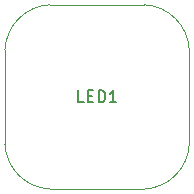
<source format=gbr>
%TF.GenerationSoftware,KiCad,Pcbnew,4.0.5-e0-6337~49~ubuntu16.04.1*%
%TF.CreationDate,2017-01-18T12:09:22-08:00*%
%TF.ProjectId,2x2-LED-TH-2.54mm-Pitch,3278322D4C45442D54482D322E35346D,1.0*%
%TF.FileFunction,Other,Fab,Top*%
%FSLAX46Y46*%
G04 Gerber Fmt 4.6, Leading zero omitted, Abs format (unit mm)*
G04 Created by KiCad (PCBNEW 4.0.5-e0-6337~49~ubuntu16.04.1) date Wed Jan 18 12:09:22 2017*
%MOMM*%
%LPD*%
G01*
G04 APERTURE LIST*
%ADD10C,0.350000*%
%ADD11C,0.050000*%
%ADD12C,0.150000*%
G04 APERTURE END LIST*
D10*
D11*
X136531375Y-97926972D02*
G75*
G03X140335000Y-101717000I3999066J209764D01*
G01*
X152135000Y-89917000D02*
X152135000Y-97917000D01*
X140335000Y-86117000D02*
X148335000Y-86117000D01*
X140335000Y-101717000D02*
X148335000Y-101717000D01*
X136535000Y-89917000D02*
X136535000Y-97917000D01*
X148344972Y-101720625D02*
G75*
G03X152135000Y-97917000I-209764J3999066D01*
G01*
X140325028Y-86113375D02*
G75*
G03X136535000Y-89917000I209764J-3999066D01*
G01*
X152138625Y-89907028D02*
G75*
G03X148335000Y-86117000I-3999066J-209764D01*
G01*
D12*
X143215953Y-94369381D02*
X142739762Y-94369381D01*
X142739762Y-93369381D01*
X143549286Y-93845571D02*
X143882620Y-93845571D01*
X144025477Y-94369381D02*
X143549286Y-94369381D01*
X143549286Y-93369381D01*
X144025477Y-93369381D01*
X144454048Y-94369381D02*
X144454048Y-93369381D01*
X144692143Y-93369381D01*
X144835001Y-93417000D01*
X144930239Y-93512238D01*
X144977858Y-93607476D01*
X145025477Y-93797952D01*
X145025477Y-93940810D01*
X144977858Y-94131286D01*
X144930239Y-94226524D01*
X144835001Y-94321762D01*
X144692143Y-94369381D01*
X144454048Y-94369381D01*
X145977858Y-94369381D02*
X145406429Y-94369381D01*
X145692143Y-94369381D02*
X145692143Y-93369381D01*
X145596905Y-93512238D01*
X145501667Y-93607476D01*
X145406429Y-93655095D01*
M02*

</source>
